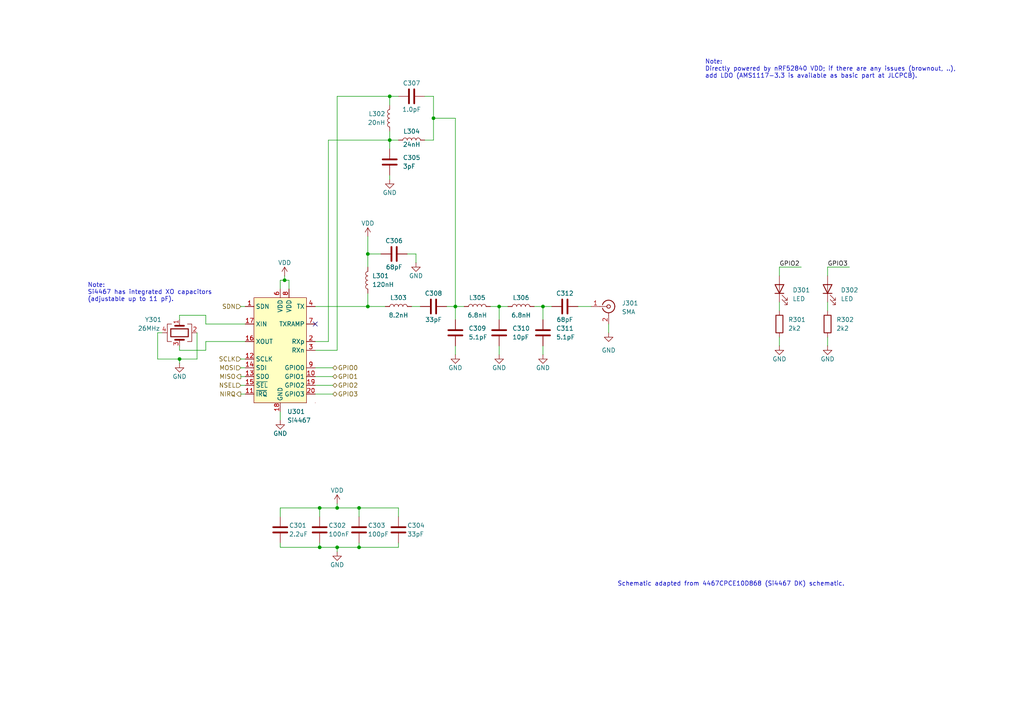
<source format=kicad_sch>
(kicad_sch (version 20231120) (generator "eeschema") (generator_version "8.0")
  (paper "A4")
  (title_block (title "Sub-GHz Transceiver"))
  (lib_symbols
    (symbol "Connector:Conn_Coaxial" (pin_names (offset 1.016) hide)
      (property "Reference" "J" (at 0.254 3.048 0))
      (property "Value" "Conn_Coaxial" (at 2.921 0 90))
      (symbol "Conn_Coaxial_0_1"
        (arc (start -1.778 -0.508) (mid 0.2311 -1.8066) (end 1.778 0) (stroke (width 0.254)))
        (polyline (pts (xy -2.54 0) (xy -0.508 0)))
        (polyline (pts (xy 0 -2.54) (xy 0 -1.778)))
        (circle (center 0 0) (radius 0.508) (stroke (width 0.2032)))
        (arc (start 1.778 0) (mid 0.2099 1.8101) (end -1.778 0.508) (stroke (width 0.254)))
      )
      (symbol "Conn_Coaxial_1_1"
        (pin passive line (at -5.08 0 0) (length 2.54) (name "In") (number "1"))
        (pin passive line (at 0 -5.08 90) (length 2.54) (name "Ext") (number "2"))
      )
    )
    (symbol "Device:C" (pin_numbers hide) (pin_names (offset 0.254))
      (property "Reference" "C" (at 0.635 2.54 0))
      (property "Value" "C" (at 0.635 -2.54 0))
      (symbol "C_0_1"
        (polyline (pts (xy -2.032 -0.762) (xy 2.032 -0.762)) (stroke (width 0.508)))
        (polyline (pts (xy -2.032 0.762) (xy 2.032 0.762)) (stroke (width 0.508)))
      )
      (symbol "C_1_1"
        (pin passive line (at 0 3.81 270) (length 2.794) (name "~") (number "1"))
        (pin passive line (at 0 -3.81 90) (length 2.794) (name "~") (number "2"))
      )
    )
    (symbol "Device:Crystal_GND24" (pin_names (offset 1.016) hide)
      (property "Reference" "Y" (at 3.175 5.08 0))
      (property "Value" "Crystal_GND24" (at 3.175 3.175 0))
      (symbol "Crystal_GND24_0_1"
        (rectangle (start -1.143 2.54) (end 1.143 -2.54) (stroke (width 0.3048)))
        (polyline (pts (xy -2.54 0) (xy -2.032 0)))
        (polyline (pts (xy -2.032 -1.27) (xy -2.032 1.27)) (stroke (width 0.508)))
        (polyline (pts (xy 0 -3.81) (xy 0 -3.556)))
        (polyline (pts (xy 0 3.556) (xy 0 3.81)))
        (polyline (pts (xy 2.032 -1.27) (xy 2.032 1.27)) (stroke (width 0.508)))
        (polyline (pts (xy 2.032 0) (xy 2.54 0)))
        (polyline (pts (xy -2.54 -2.286) (xy -2.54 -3.556) (xy 2.54 -3.556) (xy 2.54 -2.286)))
        (polyline (pts (xy -2.54 2.286) (xy -2.54 3.556) (xy 2.54 3.556) (xy 2.54 2.286)))
      )
      (symbol "Crystal_GND24_1_1"
        (pin passive line (at -3.81 0 0) (length 1.27) (name "1") (number "1"))
        (pin passive line (at 0 5.08 270) (length 1.27) (name "2") (number "2"))
        (pin passive line (at 3.81 0 180) (length 1.27) (name "3") (number "3"))
        (pin passive line (at 0 -5.08 90) (length 1.27) (name "4") (number "4"))
      )
    )
    (symbol "Device:L" (pin_numbers hide) (pin_names (offset 1.016) hide)
      (property "Reference" "L" (at -1.27 0 90))
      (property "Value" "L" (at 1.905 0 90))
      (symbol "L_0_1"
        (arc (start 0 -2.54) (mid 0.6323 -1.905) (end 0 -1.27))
        (arc (start 0 -1.27) (mid 0.6323 -0.635) (end 0 0))
        (arc (start 0 0) (mid 0.6323 0.635) (end 0 1.27))
        (arc (start 0 1.27) (mid 0.6323 1.905) (end 0 2.54))
      )
      (symbol "L_1_1"
        (pin passive line (at 0 3.81 270) (length 1.27) (name "1") (number "1"))
        (pin passive line (at 0 -3.81 90) (length 1.27) (name "2") (number "2"))
      )
    )
    (symbol "Device:LED" (pin_numbers hide) (pin_names (offset 1.016) hide)
      (property "Reference" "D" (at 0 2.54 0))
      (property "Value" "LED" (at 0 -2.54 0))
      (symbol "LED_0_1"
        (polyline (pts (xy -1.27 -1.27) (xy -1.27 1.27)) (stroke (width 0.254)))
        (polyline (pts (xy -1.27 0) (xy 1.27 0)))
        (polyline (pts (xy 1.27 -1.27) (xy 1.27 1.27) (xy -1.27 0) (xy 1.27 -1.27)) (stroke (width 0.254)))
        (polyline (pts (xy -3.048 -0.762) (xy -4.572 -2.286) (xy -3.81 -2.286) (xy -4.572 -2.286) (xy -4.572 -1.524)))
        (polyline (pts (xy -1.778 -0.762) (xy -3.302 -2.286) (xy -2.54 -2.286) (xy -3.302 -2.286) (xy -3.302 -1.524)))
      )
      (symbol "LED_1_1"
        (pin passive line (at -3.81 0 0) (length 2.54) (name "K") (number "1"))
        (pin passive line (at 3.81 0 180) (length 2.54) (name "A") (number "2"))
      )
    )
    (symbol "Device:R" (pin_numbers hide) (pin_names (offset 0))
      (property "Reference" "R" (at 2.032 0 90))
      (property "Value" "R" (at 0 0 90))
      (symbol "R_0_1"
        (rectangle (start -1.016 -2.54) (end 1.016 2.54) (stroke (width 0.254)))
      )
      (symbol "R_1_1"
        (pin passive line (at 0 3.81 270) (length 1.27) (name "~") (number "1"))
        (pin passive line (at 0 -3.81 90) (length 1.27) (name "~") (number "2"))
      )
    )
    (symbol "RF:Si4460"
      (property "Reference" "U" (at -6.35 16.51 0))
      (property "Value" "Si4460" (at 6.35 16.51 0))
      (symbol "Si4460_0_1"
        (rectangle (start -7.62 15.24) (end 7.62 -15.24) (fill (type background)))
        (rectangle (start 10.16 -15.24) (end 10.16 -15.24))
      )
      (symbol "Si4460_1_1"
        (pin input line (at -10.16 12.7 0) (length 2.54) (name "SDN") (number "1"))
        (pin bidirectional line (at 10.16 -7.62 180) (length 2.54) (name "GPIO1") (number "10"))
        (pin open_collector line (at -10.16 -12.7 0) (length 2.54) (name "~{IRQ}") (number "11"))
        (pin input line (at -10.16 -2.54 0) (length 2.54) (name "SCLK") (number "12"))
        (pin output line (at -10.16 -7.62 0) (length 2.54) (name "SDO") (number "13"))
        (pin input line (at -10.16 -5.08 0) (length 2.54) (name "SDI") (number "14"))
        (pin input line (at -10.16 -10.16 0) (length 2.54) (name "~{SEL}") (number "15"))
        (pin passive line (at -10.16 2.54 0) (length 2.54) (name "XOUT") (number "16"))
        (pin input line (at -10.16 7.62 0) (length 2.54) (name "XIN") (number "17"))
        (pin power_in line (at 0 -17.78 90) (length 2.54) (name "GND") (number "18"))
        (pin bidirectional line (at 10.16 -10.16 180) (length 2.54) (name "GPIO2") (number "19"))
        (pin input line (at 10.16 2.54 180) (length 2.54) (name "RXp") (number "2"))
        (pin bidirectional line (at 10.16 -12.7 180) (length 2.54) (name "GPIO3") (number "20"))
        (pin passive line (at 0 -17.78 90) (length 2.54) hide (name "GND") (number "21"))
        (pin input line (at 10.16 0 180) (length 2.54) (name "RXn") (number "3"))
        (pin output line (at 10.16 12.7 180) (length 2.54) (name "TX") (number "4"))
        (pin no_connect line (at 7.62 -15.24 180) (length 2.54) hide (name "NC") (number "5"))
        (pin power_in line (at 0 17.78 270) (length 2.54) (name "VDD") (number "6"))
        (pin output line (at 10.16 7.62 180) (length 2.54) (name "TXRAMP") (number "7"))
        (pin power_in line (at 2.54 17.78 270) (length 2.54) (name "VDD") (number "8"))
        (pin bidirectional line (at 10.16 -5.08 180) (length 2.54) (name "GPIO0") (number "9"))
      )
    )
    (symbol "power:GND" (power) (pin_numbers hide) (pin_names (offset 0) hide)
      (property "Value" "GND" (at 0 -3.81 0))
      (symbol "GND_0_1"
        (polyline (pts (xy 0 0) (xy 0 -1.27) (xy 1.27 -1.27) (xy 0 -2.54) (xy -1.27 -1.27) (xy 0 -1.27)))
      )
      (symbol "GND_1_1"
        (pin power_in line (at 0 0 270) (length 0) (name "~") (number "1"))
      )
    )
    (symbol "power:VDD" (power) (pin_numbers hide) (pin_names (offset 0) hide)
      (property "Value" "VDD" (at 0 3.556 0))
      (symbol "VDD_0_1"
        (polyline (pts (xy -0.762 1.27) (xy 0 2.54)))
        (polyline (pts (xy 0 0) (xy 0 2.54)))
        (polyline (pts (xy 0 2.54) (xy 0.762 1.27)))
      )
      (symbol "VDD_1_1"
        (pin power_in line (at 0 0 90) (length 0) (name "~") (number "1"))
      )
    )
  )
  (junction (at 113.03 27.94))
  (junction (at 104.14 147.32))
  (junction (at 106.68 73.66))
  (junction (at 82.55 81.28))
  (junction (at 92.71 158.75))
  (junction (at 113.03 40.64))
  (junction (at 132.08 88.9))
  (junction (at 104.14 158.75))
  (junction (at 97.79 147.32))
  (junction (at 52.07 104.14))
  (junction (at 157.48 88.9))
  (junction (at 144.78 88.9))
  (junction (at 92.71 147.32))
  (junction (at 97.79 158.75))
  (junction (at 106.68 88.9))
  (junction (at 125.73 34.29))
  (no_connect (at 91.44 93.98))
  (wire (pts (xy 91.44 114.3) (xy 96.52 114.3)))
  (wire (pts (xy 52.07 104.14) (xy 52.07 105.41)))
  (wire (pts (xy 59.69 93.98) (xy 71.12 93.98)))
  (wire (pts (xy 157.48 88.9) (xy 157.48 92.71)))
  (wire (pts (xy 59.69 91.44) (xy 59.69 93.98)))
  (wire (pts (xy 142.24 88.9) (xy 144.78 88.9)))
  (wire (pts (xy 97.79 158.75) (xy 97.79 160.02)))
  (wire (pts (xy 92.71 147.32) (xy 81.28 147.32)))
  (wire (pts (xy 129.54 88.9) (xy 132.08 88.9)))
  (wire (pts (xy 154.94 88.9) (xy 157.48 88.9)))
  (wire (pts (xy 132.08 92.71) (xy 132.08 88.9)))
  (wire (pts (xy 97.79 147.32) (xy 92.71 147.32)))
  (wire (pts (xy 106.68 77.47) (xy 106.68 73.66)))
  (wire (pts (xy 81.28 83.82) (xy 81.28 81.28)))
  (wire (pts (xy 92.71 158.75) (xy 97.79 158.75)))
  (wire (pts (xy 69.85 114.3) (xy 71.12 114.3)))
  (wire (pts (xy 125.73 34.29) (xy 125.73 40.64)))
  (wire (pts (xy 81.28 158.75) (xy 92.71 158.75)))
  (wire (pts (xy 240.03 97.79) (xy 240.03 100.33)))
  (wire (pts (xy 59.69 99.06) (xy 59.69 101.6)))
  (wire (pts (xy 57.15 96.52) (xy 57.15 104.14)))
  (wire (pts (xy 144.78 88.9) (xy 147.32 88.9)))
  (wire (pts (xy 226.06 80.01) (xy 226.06 77.47)))
  (wire (pts (xy 82.55 81.28) (xy 83.82 81.28)))
  (wire (pts (xy 69.85 88.9) (xy 71.12 88.9)))
  (wire (pts (xy 113.03 40.64) (xy 113.03 43.18)))
  (wire (pts (xy 81.28 119.38) (xy 81.28 121.92)))
  (wire (pts (xy 91.44 88.9) (xy 106.68 88.9)))
  (wire (pts (xy 132.08 88.9) (xy 132.08 34.29)))
  (wire (pts (xy 91.44 101.6) (xy 97.79 101.6)))
  (wire (pts (xy 91.44 109.22) (xy 96.52 109.22)))
  (wire (pts (xy 45.72 104.14) (xy 52.07 104.14)))
  (wire (pts (xy 97.79 158.75) (xy 104.14 158.75)))
  (wire (pts (xy 91.44 99.06) (xy 95.25 99.06)))
  (wire (pts (xy 97.79 101.6) (xy 97.79 27.94)))
  (wire (pts (xy 115.57 147.32) (xy 104.14 147.32)))
  (wire (pts (xy 226.06 77.47) (xy 232.41 77.47)))
  (wire (pts (xy 240.03 80.01) (xy 240.03 77.47)))
  (wire (pts (xy 226.06 97.79) (xy 226.06 100.33)))
  (wire (pts (xy 91.44 111.76) (xy 96.52 111.76)))
  (wire (pts (xy 240.03 77.47) (xy 246.38 77.47)))
  (wire (pts (xy 132.08 100.33) (xy 132.08 102.87)))
  (wire (pts (xy 104.14 157.48) (xy 104.14 158.75)))
  (wire (pts (xy 157.48 88.9) (xy 160.02 88.9)))
  (wire (pts (xy 115.57 158.75) (xy 115.57 157.48)))
  (wire (pts (xy 46.99 96.52) (xy 45.72 96.52)))
  (wire (pts (xy 83.82 81.28) (xy 83.82 83.82)))
  (wire (pts (xy 81.28 157.48) (xy 81.28 158.75)))
  (wire (pts (xy 52.07 101.6) (xy 52.07 100.33)))
  (wire (pts (xy 81.28 81.28) (xy 82.55 81.28)))
  (wire (pts (xy 106.68 85.09) (xy 106.68 88.9)))
  (wire (pts (xy 115.57 149.86) (xy 115.57 147.32)))
  (wire (pts (xy 95.25 40.64) (xy 113.03 40.64)))
  (wire (pts (xy 157.48 100.33) (xy 157.48 102.87)))
  (wire (pts (xy 59.69 101.6) (xy 52.07 101.6)))
  (wire (pts (xy 95.25 99.06) (xy 95.25 40.64)))
  (wire (pts (xy 92.71 157.48) (xy 92.71 158.75)))
  (wire (pts (xy 91.44 106.68) (xy 96.52 106.68)))
  (wire (pts (xy 113.03 40.64) (xy 115.57 40.64)))
  (wire (pts (xy 52.07 92.71) (xy 52.07 91.44)))
  (wire (pts (xy 97.79 27.94) (xy 113.03 27.94)))
  (wire (pts (xy 92.71 149.86) (xy 92.71 147.32)))
  (wire (pts (xy 226.06 87.63) (xy 226.06 90.17)))
  (wire (pts (xy 69.85 109.22) (xy 71.12 109.22)))
  (wire (pts (xy 45.72 96.52) (xy 45.72 104.14)))
  (wire (pts (xy 57.15 104.14) (xy 52.07 104.14)))
  (wire (pts (xy 113.03 27.94) (xy 115.57 27.94)))
  (wire (pts (xy 144.78 88.9) (xy 144.78 92.71)))
  (wire (pts (xy 106.68 68.58) (xy 106.68 73.66)))
  (wire (pts (xy 81.28 149.86) (xy 81.28 147.32)))
  (wire (pts (xy 97.79 146.05) (xy 97.79 147.32)))
  (wire (pts (xy 119.38 88.9) (xy 121.92 88.9)))
  (wire (pts (xy 82.55 80.01) (xy 82.55 81.28)))
  (wire (pts (xy 123.19 27.94) (xy 125.73 27.94)))
  (wire (pts (xy 176.53 93.98) (xy 176.53 96.52)))
  (wire (pts (xy 106.68 73.66) (xy 110.49 73.66)))
  (wire (pts (xy 69.85 104.14) (xy 71.12 104.14)))
  (wire (pts (xy 113.03 50.8) (xy 113.03 52.07)))
  (wire (pts (xy 125.73 40.64) (xy 123.19 40.64)))
  (wire (pts (xy 144.78 100.33) (xy 144.78 102.87)))
  (wire (pts (xy 69.85 111.76) (xy 71.12 111.76)))
  (wire (pts (xy 240.03 87.63) (xy 240.03 90.17)))
  (wire (pts (xy 69.85 106.68) (xy 71.12 106.68)))
  (wire (pts (xy 120.65 76.2) (xy 120.65 73.66)))
  (wire (pts (xy 59.69 99.06) (xy 71.12 99.06)))
  (wire (pts (xy 132.08 88.9) (xy 134.62 88.9)))
  (wire (pts (xy 113.03 30.48) (xy 113.03 27.94)))
  (wire (pts (xy 52.07 91.44) (xy 59.69 91.44)))
  (wire (pts (xy 125.73 27.94) (xy 125.73 34.29)))
  (wire (pts (xy 104.14 158.75) (xy 115.57 158.75)))
  (wire (pts (xy 120.65 73.66) (xy 118.11 73.66)))
  (wire (pts (xy 104.14 147.32) (xy 97.79 147.32)))
  (wire (pts (xy 104.14 149.86) (xy 104.14 147.32)))
  (wire (pts (xy 106.68 88.9) (xy 111.76 88.9)))
  (wire (pts (xy 167.64 88.9) (xy 171.45 88.9)))
  (wire (pts (xy 132.08 34.29) (xy 125.73 34.29)))
  (wire (pts (xy 113.03 38.1) (xy 113.03 40.64)))
  (text "Schematic adapted from 4467CPCE10D868 (Si4467 DK) schematic." (at 179.07 170.18 0) (effects (font (size 1.27 1.27)) (justify left bottom)))
  (text "Note:\nDirectly powered by nRF52840 VDD; if there are any issues (brownout, ..),\nadd LDO (AMS1117-3.3 is available as basic part at JLCPCB)." (at 204.47 22.86 0) (effects (font (size 1.27 1.27)) (justify left bottom)))
  (text "Note:\nSi4467 has integrated XO capacitors\n(adjustable up to 11 pF)." (at 25.4 87.63 0) (effects (font (size 1.27 1.27)) (justify left bottom)))
  (label "GPIO2" (at 226.06 77.47 0))
  (label "GPIO3" (at 240.03 77.47 0))
  (hierarchical_label "MISO" (shape output) (at 69.85 109.22 180))
  (hierarchical_label "GPIO2" (shape bidirectional) (at 96.52 111.76 0))
  (hierarchical_label "MOSI" (shape input) (at 69.85 106.68 180))
  (hierarchical_label "NIRQ" (shape output) (at 69.85 114.3 180))
  (hierarchical_label "GPIO0" (shape bidirectional) (at 96.52 106.68 0))
  (hierarchical_label "GPIO3" (shape bidirectional) (at 96.52 114.3 0))
  (hierarchical_label "SCLK" (shape input) (at 69.85 104.14 180))
  (hierarchical_label "SDN" (shape input) (at 69.85 88.9 180))
  (hierarchical_label "NSEL" (shape input) (at 69.85 111.76 180))
  (hierarchical_label "GPIO1" (shape bidirectional) (at 96.52 109.22 0))
  (symbol (lib_id "power:GND") (at 157.48 102.87 0) (unit 1)
    (property "Reference" "#PWR0103" (effects (hide yes)))
    (property "Value" "GND" (at 157.48 106.68 0))
    (property "Description" "Power symbol creates a global label with name \"GND\" , ground" (effects (hide yes)))
  )
  (symbol (lib_id "Device:Crystal_GND24") (at 52.07 96.52 270) (unit 1)
    (property "Reference" "Y301" (at 44.45 92.71 90))
    (property "Value" "26MHz" (at 43.18 95.25 90))
    (property "Footprint" "Crystal:Crystal_SMD_2016-4Pin_2.0x1.6mm" (effects (hide yes)))
    (property "Datasheet" "https://www.ndk.com/images/products/catalog/c_NX2016SA_e.pdf" (effects (hide yes)))
    (property "Comment" "4467CPCE10D868 uses NX2016SA-26MHZ-EXS00A-CS07337" (effects (hide yes)))
    (property "Part Number" "NX2016SA-26MHZ-EXS00A-CS08835" (effects (hide yes)))
    (property "LCSC" "C2762193" (effects (hide yes)))
    (property "Manufacturer" "NDK" (effects (hide yes)))
  )
  (symbol (lib_id "power:GND") (at 81.28 121.92 0) (unit 1)
    (property "Reference" "#PWR0106" (effects (hide yes)))
    (property "Value" "GND" (at 81.28 125.73 0))
    (property "Description" "Power symbol creates a global label with name \"GND\" , ground" (effects (hide yes)))
  )
  (symbol (lib_id "power:GND") (at 52.07 105.41 0) (unit 1)
    (property "Reference" "#PWR0108" (effects (hide yes)))
    (property "Value" "GND" (at 52.07 109.22 0))
    (property "Description" "Power symbol creates a global label with name \"GND\" , ground" (effects (hide yes)))
  )
  (symbol (lib_id "power:GND") (at 97.79 160.02 0) (unit 1)
    (property "Reference" "#PWR0105" (effects (hide yes)))
    (property "Value" "GND" (at 97.79 163.83 0))
    (property "Description" "Power symbol creates a global label with name \"GND\" , ground" (effects (hide yes)))
  )
  (symbol (lib_id "power:GND") (at 240.03 100.33 0) (unit 1)
    (property "Reference" "#PWR0302" (effects (hide yes)))
    (property "Value" "GND" (at 240.03 104.14 0))
    (property "Description" "Power symbol creates a global label with name \"GND\" , ground" (effects (hide yes)))
  )
  (symbol (lib_id "Device:R") (at 240.03 93.98 0) (unit 1)
    (property "Reference" "R302" (at 242.57 92.7099 0) (effects (justify left)))
    (property "Value" "2k2" (at 242.57 95.2499 0) (effects (justify left)))
    (property "Footprint" "Resistor_SMD:R_0402_1005Metric" (effects (hide yes)))
    (property "Datasheet" "https://datasheet.lcsc.com/lcsc/2206010045_UNI-ROYAL-Uniroyal-Elec-0402WGF2201TCE_C25879.pdf" (effects (hide yes)))
    (property "Description" "62.5mW Thick Film Resistors 50V ±100ppm/℃ ±1% -55℃~+155℃ 2.2kΩ 0402 Chip Resistor" (effects (hide yes)))
    (property "Comment" "JLCPCB basic part" (effects (hide yes)))
    (property "LCSC" "C25879" (effects (hide yes)))
    (property "Manufacturer" "Uniroyal Elec" (effects (hide yes)))
    (property "Part Number" "0402WGF2201TCE" (effects (hide yes)))
  )
  (symbol (lib_id "Device:C") (at 144.78 96.52 0) (unit 1)
    (property "Reference" "C310" (at 148.59 95.2499 0) (effects (justify left)))
    (property "Value" "10pF" (at 148.59 97.7899 0) (effects (justify left)))
    (property "Footprint" "Capacitor_SMD:C_0201_0603Metric" (effects (hide yes)))
    (property "Datasheet" "https://wmsc.lcsc.com/wmsc/upload/file/pdf/v2/lcsc/1912111437_Murata-Electronics-GJM0335C1E100GB01D_C237422.pdf" (effects (hide yes)))
    (property "Description" "25V 10pF C0G ±2% 0201 MLCC" (effects (hide yes)))
    (property "LCSC" "C237422" (effects (hide yes)))
    (property "Manufacturer" "Murata Electronics" (effects (hide yes)))
    (property "Part Number" "GJM0335C1E100GB01D" (effects (hide yes)))
  )
  (symbol (lib_id "Device:C") (at 81.28 153.67 0) (unit 1)
    (property "Reference" "C301" (at 83.82 152.4 0) (effects (justify left)))
    (property "Value" "2.2uF" (at 83.82 154.94 0) (effects (justify left)))
    (property "Footprint" "Capacitor_SMD:C_0402_1005Metric" (effects (hide yes)))
    (property "Description" "6.3V 2.2uF X5R ±20% 0402" (effects (hide yes)))
    (property "Comment" "JLCPCB basic part" (effects (hide yes)))
    (property "LCSC" "C12530" (effects (hide yes)))
    (property "Manufacturer" "Samsung Electro-Mechanics" (effects (hide yes)))
    (property "Part Number" "CL05A225MQ5NSNC" (effects (hide yes)))
  )
  (symbol (lib_id "power:VDD") (at 82.55 80.01 0) (unit 1)
    (property "Reference" "#PWR0109" (effects (hide yes)))
    (property "Value" "VDD" (at 82.55 76.2 0))
    (property "Description" "Power symbol creates a global label with name \"VDD\"" (effects (hide yes)))
  )
  (symbol (lib_id "power:VDD") (at 106.68 68.58 0) (unit 1)
    (property "Reference" "#PWR0112" (effects (hide yes)))
    (property "Value" "VDD" (at 106.68 64.77 0))
    (property "Description" "Power symbol creates a global label with name \"VDD\"" (effects (hide yes)))
  )
  (symbol (lib_id "Device:L") (at 151.13 88.9 90) (unit 1)
    (property "Reference" "L306" (at 151.13 86.36 90))
    (property "Value" "6.8nH" (at 151.13 91.44 90))
    (property "Footprint" "Inductor_SMD:L_0402_1005Metric" (effects (hide yes)))
    (property "Datasheet" "https://wmsc.lcsc.com/wmsc/upload/file/pdf/v2/lcsc/2201242130_Murata-Electronics-LQW15AN6N8G80D_C882467.pdf" (effects (hide yes)))
    (property "Description" "1.45A 6.8nH ±2% 0402 Power Inductors ROHS" (effects (hide yes)))
    (property "LCSC" "C882467" (effects (hide yes)))
    (property "Manufacturer" "Murata Electronics" (effects (hide yes)))
    (property "Part Number" "LQW15AN6N8G80D" (effects (hide yes)))
    (property "Comment" "Si4467 board uses CoilCraft 0402HP-6N8XJL with 5% tolerance and 1500 mA current rating." (effects (hide yes)))
  )
  (symbol (lib_id "Device:C") (at 119.38 27.94 90) (unit 1)
    (property "Reference" "C307" (at 119.38 24.13 90))
    (property "Value" "1.0pF" (at 119.38 31.75 90))
    (property "Footprint" "Capacitor_SMD:C_0201_0603Metric" (effects (hide yes)))
    (property "Datasheet" "https://wmsc.lcsc.com/wmsc/upload/file/pdf/v2/lcsc/1912111437_Murata-Electronics-GJM0335C1H1R0BB01D_C237514.pdf" (effects (hide yes)))
    (property "Description" "50V 1pF C0G 0201 MLCC" (effects (hide yes)))
    (property "LCSC" "C237514" (effects (hide yes)))
    (property "Manufacturer" "Murata Electronics" (effects (hide yes)))
    (property "Part Number" "GJM0335C1H1R0BB01D" (effects (hide yes)))
  )
  (symbol (lib_id "Device:LED") (at 226.06 83.82 90) (unit 1)
    (property "Reference" "D301" (at 229.87 84.1374 90) (effects (justify right)))
    (property "Value" "LED" (at 229.87 86.6774 90) (effects (justify right)))
    (property "Footprint" "LED_SMD:LED_0805_2012Metric" (effects (hide yes)))
    (property "Datasheet" "https://datasheet.lcsc.com/lcsc/2008201032_Foshan-NationStar-Optoelectronics-NCD0805R1_C84256.pdf" (effects (hide yes)))
    (property "Description" "Red 0805 Light Emitting Diodes (LED) ROHS" (effects (hide yes)))
    (property "Comment" "JLCPCB basic part" (effects (hide yes)))
    (property "LCSC" "C84256" (effects (hide yes)))
    (property "Manufacturer" "Foshan NationStar Optoelectronics" (effects (hide yes)))
    (property "Part Number" "NCD0805R1" (effects (hide yes)))
  )
  (symbol (lib_id "Device:C") (at 113.03 46.99 0) (unit 1)
    (property "Reference" "C305" (at 116.84 45.7199 0) (effects (justify left)))
    (property "Value" "3pF" (at 116.84 48.2599 0) (effects (justify left)))
    (property "Footprint" "Capacitor_SMD:C_0201_0603Metric" (effects (hide yes)))
    (property "Datasheet" "https://wmsc.lcsc.com/wmsc/upload/file/pdf/v2/lcsc/2201131100_Murata-Electronics-GJM0335C1E3R0CB01D_C701301.pdf" (effects (hide yes)))
    (property "Description" "25V 3pF C0G ±0.25pF 0201" (effects (hide yes)))
    (property "LCSC" "C701301" (effects (hide yes)))
    (property "Manufacturer" "Murata Electronics" (effects (hide yes)))
    (property "Part Number" "GJM0335C1E3R0CB01D" (effects (hide yes)))
  )
  (symbol (lib_id "power:GND") (at 113.03 52.07 0) (unit 1)
    (property "Reference" "#PWR0111" (effects (hide yes)))
    (property "Value" "GND" (at 113.03 55.88 0))
    (property "Description" "Power symbol creates a global label with name \"GND\" , ground" (effects (hide yes)))
  )
  (symbol (lib_id "Device:C") (at 115.57 153.67 0) (unit 1)
    (property "Reference" "C304" (at 118.11 152.4 0) (effects (justify left)))
    (property "Value" "33pF" (at 118.11 154.94 0) (effects (justify left)))
    (property "Footprint" "Capacitor_SMD:C_0201_0603Metric" (effects (hide yes)))
    (property "Description" "25V 33pF NP0 ±5% 0201" (effects (hide yes)))
    (property "LCSC" "C513616" (effects (hide yes)))
    (property "Manufacturer" "YAGEO" (effects (hide yes)))
    (property "Part Number" "CC0201JRNPO8BN330" (effects (hide yes)))
  )
  (symbol (lib_id "Device:C") (at 125.73 88.9 90) (unit 1)
    (property "Reference" "C308" (at 125.73 85.09 90))
    (property "Value" "33pF" (at 125.73 92.71 90))
    (property "Footprint" "Capacitor_SMD:C_0201_0603Metric" (effects (hide yes)))
    (property "Description" "25V 33pF NP0 ±5% 0201" (effects (hide yes)))
    (property "LCSC" "C513616" (effects (hide yes)))
    (property "Manufacturer" "YAGEO" (effects (hide yes)))
    (property "Part Number" "CC0201JRNPO8BN330" (effects (hide yes)))
  )
  (symbol (lib_id "Connector:Conn_Coaxial") (at 176.53 88.9 0) (unit 1)
    (property "Reference" "J301" (at 180.34 87.9231 0) (effects (justify left)))
    (property "Value" "SMA" (at 180.34 90.4631 0) (effects (justify left)))
    (property "Footprint" "Connector_Coaxial:SMA_Amphenol_132289_EdgeMount" (effects (hide yes)))
    (property "Datasheet" " ~" (effects (hide yes)))
    (property "Description" "coaxial connector (BNC, SMA, SMB, SMC, Cinch/RCA, LEMO, ...)" (effects (hide yes)))
    (property "Manufacturer" "Johnson" (effects (hide yes)))
    (property "Part Number" "142-0701-851" (effects (hide yes)))
    (property "LCSC" "C9900004170" (effects (hide yes)))
    (property "Comment" "Alternative suitable part: Amphenol RF 901-10309" (effects (hide yes)))
  )
  (symbol (lib_id "Device:LED") (at 240.03 83.82 90) (unit 1)
    (property "Reference" "D302" (at 243.84 84.1374 90) (effects (justify right)))
    (property "Value" "LED" (at 243.84 86.6774 90) (effects (justify right)))
    (property "Footprint" "LED_SMD:LED_0805_2012Metric" (effects (hide yes)))
    (property "Datasheet" "https://datasheet.lcsc.com/lcsc/2008201032_Foshan-NationStar-Optoelectronics-NCD0805R1_C84256.pdf" (effects (hide yes)))
    (property "Description" "Red 0805 Light Emitting Diodes (LED) ROHS" (effects (hide yes)))
    (property "Comment" "JLCPCB basic part" (effects (hide yes)))
    (property "LCSC" "C84256" (effects (hide yes)))
    (property "Manufacturer" "Foshan NationStar Optoelectronics" (effects (hide yes)))
    (property "Part Number" "NCD0805R1" (effects (hide yes)))
  )
  (symbol (lib_id "power:VDD") (at 97.79 146.05 0) (unit 1)
    (property "Reference" "#PWR0107" (effects (hide yes)))
    (property "Value" "VDD" (at 97.79 142.24 0))
    (property "Description" "Power symbol creates a global label with name \"VDD\"" (effects (hide yes)))
  )
  (symbol (lib_id "Device:C") (at 132.08 96.52 0) (unit 1)
    (property "Reference" "C309" (at 135.89 95.25 0) (effects (justify left)))
    (property "Value" "5.1pF" (at 135.89 97.7899 0) (effects (justify left)))
    (property "Footprint" "Capacitor_SMD:C_0201_0603Metric" (effects (hide yes)))
    (property "Description" "50V 5.1pF C0G ±0.1pF 0201" (effects (hide yes)))
    (property "LCSC" "C441749" (effects (hide yes)))
    (property "Manufacturer" "Murata Electronics" (effects (hide yes)))
    (property "Part Number" "GRM0335C1H5R1BA01D" (effects (hide yes)))
  )
  (symbol (lib_id "power:GND") (at 226.06 100.33 0) (unit 1)
    (property "Reference" "#PWR0301" (effects (hide yes)))
    (property "Value" "GND" (at 226.06 104.14 0))
    (property "Description" "Power symbol creates a global label with name \"GND\" , ground" (effects (hide yes)))
  )
  (symbol (lib_id "Device:L") (at 115.57 88.9 90) (unit 1)
    (property "Reference" "L303" (at 115.57 86.36 90))
    (property "Value" "8.2nH" (at 115.57 91.44 90))
    (property "Footprint" "Inductor_SMD:L_0402_1005Metric" (effects (hide yes)))
    (property "Datasheet" "https://wmsc.lcsc.com/wmsc/upload/file/pdf/v2/lcsc/1811081516_Murata-Electronics-LQW15AN8N2G00D_C84404.pdf" (effects (hide yes)))
    (property "Description" "540mA 8.2nH ±2% 0402 Power Inductors ROHS" (effects (hide yes)))
    (property "LCSC" "C84404" (effects (hide yes)))
    (property "Manufacturer" "Murata Electronics" (effects (hide yes)))
    (property "Part Number" "LQW15AN8N2G00D" (effects (hide yes)))
    (property "Comment" "Si4467 board uses CoilCraft 0402HP-8N2XJL with 5% tolerance." (effects (hide yes)))
  )
  (symbol (lib_id "power:GND") (at 144.78 102.87 0) (unit 1)
    (property "Reference" "#PWR0101" (effects (hide yes)))
    (property "Value" "GND" (at 144.78 106.68 0))
    (property "Description" "Power symbol creates a global label with name \"GND\" , ground" (effects (hide yes)))
  )
  (symbol (lib_id "Device:C") (at 157.48 96.52 0) (unit 1)
    (property "Reference" "C311" (at 161.29 95.2499 0) (effects (justify left)))
    (property "Value" "5.1pF" (at 161.29 97.7899 0) (effects (justify left)))
    (property "Footprint" "Capacitor_SMD:C_0201_0603Metric" (effects (hide yes)))
    (property "Description" "50V 5.1pF C0G ±0.1pF 0201" (effects (hide yes)))
    (property "LCSC" "C441749" (effects (hide yes)))
    (property "Manufacturer" "Murata Electronics" (effects (hide yes)))
    (property "Part Number" "GRM0335C1H5R1BA01D" (effects (hide yes)))
  )
  (symbol (lib_id "Device:C") (at 114.3 73.66 90) (unit 1)
    (property "Reference" "C306" (at 114.3 69.85 90))
    (property "Value" "68pF" (at 114.3 77.47 90))
    (property "Footprint" "Capacitor_SMD:C_0201_0603Metric" (effects (hide yes)))
    (property "Description" "50V 68pF C0G ±2% 0201" (effects (hide yes)))
    (property "LCSC" "C161433" (effects (hide yes)))
    (property "Manufacturer" "Murata Electronics" (effects (hide yes)))
    (property "Part Number" "GRM0335C1H680GA01D" (effects (hide yes)))
  )
  (symbol (lib_id "RF:Si4460") (at 81.28 101.6 0) (unit 1)
    (property "Reference" "U301" (at 83.2994 119.38 0) (effects (justify left)))
    (property "Value" "Si4467" (at 83.2994 121.92 0) (effects (justify left)))
    (property "Footprint" "Package_DFN_QFN:QFN-20-1EP_4x4mm_P0.5mm_EP2.6x2.6mm_ThermalVias" (effects (hide yes)))
    (property "Datasheet" "https://www.silabs.com/documents/public/data-sheets/Si4464-63-61-60.pdf" (effects (hide yes)))
    (property "LCSC" "C1526137" (effects (hide yes)))
    (property "Manufacturer" "Silicon Labs" (effects (hide yes)))
    (property "Part Number" "SI4467-A2A-IM" (effects (hide yes)))
  )
  (symbol (lib_id "Device:C") (at 104.14 153.67 0) (unit 1)
    (property "Reference" "C303" (at 106.68 152.4 0) (effects (justify left)))
    (property "Value" "100pF" (at 106.68 154.94 0) (effects (justify left)))
    (property "Footprint" "Capacitor_SMD:C_0201_0603Metric" (effects (hide yes)))
    (property "Description" "50V 100pF C0G ±5% 0201" (effects (hide yes)))
    (property "LCSC" "C76922" (effects (hide yes)))
    (property "Manufacturer" "Murata Electronics" (effects (hide yes)))
    (property "Part Number" "GRM0335C1H101JA01D" (effects (hide yes)))
  )
  (symbol (lib_id "Device:L") (at 119.38 40.64 90) (unit 1)
    (property "Reference" "L304" (at 119.38 38.1 90))
    (property "Value" "24nH" (at 119.38 41.91 90))
    (property "Footprint" "Inductor_SMD:L_0402_1005Metric" (effects (hide yes)))
    (property "Description" "280mA 24nH ±2% 520mΩ 0402" (effects (hide yes)))
    (property "LCSC" "C167472" (effects (hide yes)))
    (property "Manufacturer" "Murata Electronics" (effects (hide yes)))
    (property "Part Number" "LQW15AN24NG00D" (effects (hide yes)))
  )
  (symbol (lib_id "Device:L") (at 106.68 81.28 180) (unit 1)
    (property "Reference" "L301" (at 107.95 80.0099 0) (effects (justify right)))
    (property "Value" "120nH" (at 107.95 82.5499 0) (effects (justify right)))
    (property "Footprint" "Inductor_SMD:L_0402_1005Metric" (effects (hide yes)))
    (property "Datasheet" "https://wmsc.lcsc.com/wmsc/upload/file/pdf/v2/lcsc/1811081614_Murata-Electronics-LQG15HSR12J02D_C86067.pdf" (effects (hide yes)))
    (property "Description" "200mA 120nH ±5% 1.3Ω 0402 Inductors (SMD)" (effects (hide yes)))
    (property "LCSC" "C86067" (effects (hide yes)))
    (property "Manufacturer" "Murata Electronics" (effects (hide yes)))
    (property "Part Number" "LQG15HSR12J02D" (effects (hide yes)))
    (property "Comment" "Si4467 board uses CoilcCraft 0402HPH-R12XJL with 5% tolerance, 310 mA current rating and 1.2Ω DCR." (effects (hide yes)))
  )
  (symbol (lib_id "power:GND") (at 176.53 96.52 0) (unit 1)
    (property "Reference" "#PWR0104" (effects (hide yes)))
    (property "Value" "GND" (at 176.53 101.6 0))
    (property "Description" "Power symbol creates a global label with name \"GND\" , ground" (effects (hide yes)))
  )
  (symbol (lib_id "Device:L") (at 113.03 34.29 180) (unit 1)
    (property "Reference" "L302" (at 111.76 33.0199 0) (effects (justify left)))
    (property "Value" "20nH" (at 111.76 35.5599 0) (effects (justify left)))
    (property "Footprint" "Inductor_SMD:L_0603_1608Metric" (effects (hide yes)))
    (property "Description" "550mA 20nH ±5% 160mΩ 0603" (effects (hide yes)))
    (property "LCSC" "C98070" (effects (hide yes)))
    (property "Manufacturer" "Murata Electronics" (effects (hide yes)))
    (property "Part Number" "LQW18AN20NJ00D" (effects (hide yes)))
  )
  (symbol (lib_id "Device:L") (at 138.43 88.9 90) (unit 1)
    (property "Reference" "L305" (at 138.43 86.36 90))
    (property "Value" "6.8nH" (at 138.43 91.44 90))
    (property "Footprint" "Inductor_SMD:L_0402_1005Metric" (effects (hide yes)))
    (property "Datasheet" "https://wmsc.lcsc.com/wmsc/upload/file/pdf/v2/lcsc/2201242130_Murata-Electronics-LQW15AN6N8G80D_C882467.pdf" (effects (hide yes)))
    (property "Description" "1.45A 6.8nH ±2% 0402 Power Inductors ROHS" (effects (hide yes)))
    (property "LCSC" "C882467" (effects (hide yes)))
    (property "Manufacturer" "Murata Electronics" (effects (hide yes)))
    (property "Part Number" "LQW15AN6N8G80D" (effects (hide yes)))
    (property "Comment" "Si4467 board uses CoilCraft 0402HP-6N8XJL with 5% tolerance and 1500 mA current rating." (effects (hide yes)))
  )
  (symbol (lib_id "Device:C") (at 163.83 88.9 90) (unit 1)
    (property "Reference" "C312" (at 163.83 85.09 90))
    (property "Value" "68pF" (at 163.83 92.71 90))
    (property "Footprint" "Capacitor_SMD:C_0201_0603Metric" (effects (hide yes)))
    (property "Description" "50V 68pF C0G ±2% 0201" (effects (hide yes)))
    (property "LCSC" "C161433" (effects (hide yes)))
    (property "Manufacturer" "Murata Electronics" (effects (hide yes)))
    (property "Part Number" "GRM0335C1H680GA01D" (effects (hide yes)))
  )
  (symbol (lib_id "power:GND") (at 132.08 102.87 0) (unit 1)
    (property "Reference" "#PWR0102" (effects (hide yes)))
    (property "Value" "GND" (at 132.08 106.68 0))
    (property "Description" "Power symbol creates a global label with name \"GND\" , ground" (effects (hide yes)))
  )
  (symbol (lib_id "Device:R") (at 226.06 93.98 0) (unit 1)
    (property "Reference" "R301" (at 228.6 92.7099 0) (effects (justify left)))
    (property "Value" "2k2" (at 228.6 95.2499 0) (effects (justify left)))
    (property "Footprint" "Resistor_SMD:R_0402_1005Metric" (effects (hide yes)))
    (property "Datasheet" "https://datasheet.lcsc.com/lcsc/2206010045_UNI-ROYAL-Uniroyal-Elec-0402WGF2201TCE_C25879.pdf" (effects (hide yes)))
    (property "Description" "62.5mW Thick Film Resistors 50V ±100ppm/℃ ±1% -55℃~+155℃ 2.2kΩ 0402 Chip Resistor" (effects (hide yes)))
    (property "Comment" "JLCPCB basic part" (effects (hide yes)))
    (property "LCSC" "C25879" (effects (hide yes)))
    (property "Manufacturer" "Uniroyal Elec" (effects (hide yes)))
    (property "Part Number" "0402WGF2201TCE" (effects (hide yes)))
  )
  (symbol (lib_id "power:GND") (at 120.65 76.2 0) (unit 1)
    (property "Reference" "#PWR0110" (effects (hide yes)))
    (property "Value" "GND" (at 120.65 80.01 0))
    (property "Description" "Power symbol creates a global label with name \"GND\" , ground" (effects (hide yes)))
  )
  (symbol (lib_id "Device:C") (at 92.71 153.67 0) (unit 1)
    (property "Reference" "C302" (at 95.25 152.4 0) (effects (justify left)))
    (property "Value" "100nF" (at 95.25 154.94 0) (effects (justify left)))
    (property "Footprint" "Capacitor_SMD:C_0201_0603Metric" (effects (hide yes)))
    (property "Description" "25V 100nF X5R ±10% 0201" (effects (hide yes)))
    (property "LCSC" "C76939" (effects (hide yes)))
    (property "Manufacturer" "Murata Electronics" (effects (hide yes)))
    (property "Part Number" "GRM033R61E104KE14D" (effects (hide yes)))
  )
)
</source>
